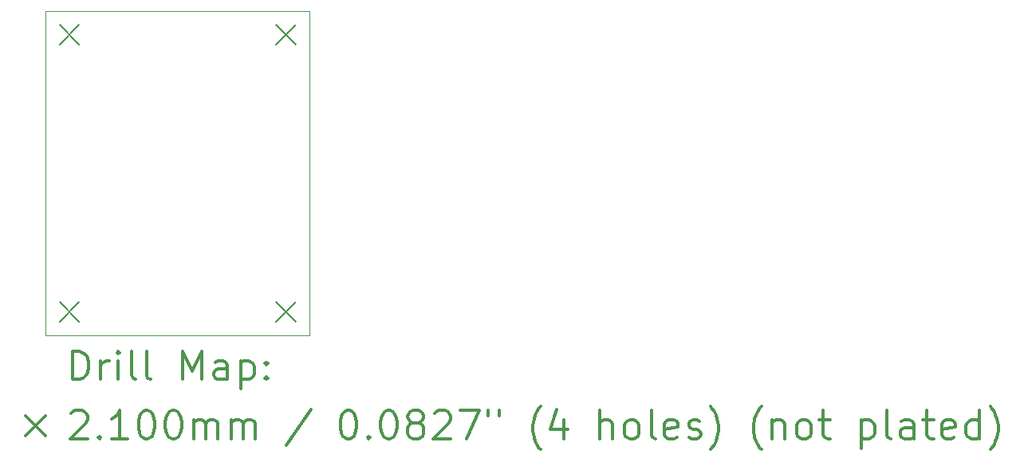
<source format=gbr>
%FSLAX45Y45*%
G04 Gerber Fmt 4.5, Leading zero omitted, Abs format (unit mm)*
G04 Created by KiCad (PCBNEW (5.1.12)-1) date 2022-08-18 11:38:49*
%MOMM*%
%LPD*%
G01*
G04 APERTURE LIST*
%TA.AperFunction,Profile*%
%ADD10C,0.050000*%
%TD*%
%ADD11C,0.200000*%
%ADD12C,0.300000*%
G04 APERTURE END LIST*
D10*
X8950000Y-8350000D02*
X11750000Y-8350000D01*
X8950000Y-4900000D02*
X8950000Y-8350000D01*
X11750000Y-4900000D02*
X8950000Y-4900000D01*
X11750000Y-8350000D02*
X11750000Y-4900000D01*
D11*
X9095000Y-5045000D02*
X9305000Y-5255000D01*
X9305000Y-5045000D02*
X9095000Y-5255000D01*
X9095000Y-7995000D02*
X9305000Y-8205000D01*
X9305000Y-7995000D02*
X9095000Y-8205000D01*
X11395000Y-5045000D02*
X11605000Y-5255000D01*
X11605000Y-5045000D02*
X11395000Y-5255000D01*
X11395000Y-7995000D02*
X11605000Y-8205000D01*
X11605000Y-7995000D02*
X11395000Y-8205000D01*
D12*
X9233928Y-8818214D02*
X9233928Y-8518214D01*
X9305357Y-8518214D01*
X9348214Y-8532500D01*
X9376786Y-8561072D01*
X9391071Y-8589643D01*
X9405357Y-8646786D01*
X9405357Y-8689643D01*
X9391071Y-8746786D01*
X9376786Y-8775357D01*
X9348214Y-8803929D01*
X9305357Y-8818214D01*
X9233928Y-8818214D01*
X9533928Y-8818214D02*
X9533928Y-8618214D01*
X9533928Y-8675357D02*
X9548214Y-8646786D01*
X9562500Y-8632500D01*
X9591071Y-8618214D01*
X9619643Y-8618214D01*
X9719643Y-8818214D02*
X9719643Y-8618214D01*
X9719643Y-8518214D02*
X9705357Y-8532500D01*
X9719643Y-8546786D01*
X9733928Y-8532500D01*
X9719643Y-8518214D01*
X9719643Y-8546786D01*
X9905357Y-8818214D02*
X9876786Y-8803929D01*
X9862500Y-8775357D01*
X9862500Y-8518214D01*
X10062500Y-8818214D02*
X10033928Y-8803929D01*
X10019643Y-8775357D01*
X10019643Y-8518214D01*
X10405357Y-8818214D02*
X10405357Y-8518214D01*
X10505357Y-8732500D01*
X10605357Y-8518214D01*
X10605357Y-8818214D01*
X10876786Y-8818214D02*
X10876786Y-8661072D01*
X10862500Y-8632500D01*
X10833928Y-8618214D01*
X10776786Y-8618214D01*
X10748214Y-8632500D01*
X10876786Y-8803929D02*
X10848214Y-8818214D01*
X10776786Y-8818214D01*
X10748214Y-8803929D01*
X10733928Y-8775357D01*
X10733928Y-8746786D01*
X10748214Y-8718214D01*
X10776786Y-8703929D01*
X10848214Y-8703929D01*
X10876786Y-8689643D01*
X11019643Y-8618214D02*
X11019643Y-8918214D01*
X11019643Y-8632500D02*
X11048214Y-8618214D01*
X11105357Y-8618214D01*
X11133928Y-8632500D01*
X11148214Y-8646786D01*
X11162500Y-8675357D01*
X11162500Y-8761072D01*
X11148214Y-8789643D01*
X11133928Y-8803929D01*
X11105357Y-8818214D01*
X11048214Y-8818214D01*
X11019643Y-8803929D01*
X11291071Y-8789643D02*
X11305357Y-8803929D01*
X11291071Y-8818214D01*
X11276786Y-8803929D01*
X11291071Y-8789643D01*
X11291071Y-8818214D01*
X11291071Y-8632500D02*
X11305357Y-8646786D01*
X11291071Y-8661072D01*
X11276786Y-8646786D01*
X11291071Y-8632500D01*
X11291071Y-8661072D01*
X8737500Y-9207500D02*
X8947500Y-9417500D01*
X8947500Y-9207500D02*
X8737500Y-9417500D01*
X9219643Y-9176786D02*
X9233928Y-9162500D01*
X9262500Y-9148214D01*
X9333928Y-9148214D01*
X9362500Y-9162500D01*
X9376786Y-9176786D01*
X9391071Y-9205357D01*
X9391071Y-9233929D01*
X9376786Y-9276786D01*
X9205357Y-9448214D01*
X9391071Y-9448214D01*
X9519643Y-9419643D02*
X9533928Y-9433929D01*
X9519643Y-9448214D01*
X9505357Y-9433929D01*
X9519643Y-9419643D01*
X9519643Y-9448214D01*
X9819643Y-9448214D02*
X9648214Y-9448214D01*
X9733928Y-9448214D02*
X9733928Y-9148214D01*
X9705357Y-9191072D01*
X9676786Y-9219643D01*
X9648214Y-9233929D01*
X10005357Y-9148214D02*
X10033928Y-9148214D01*
X10062500Y-9162500D01*
X10076786Y-9176786D01*
X10091071Y-9205357D01*
X10105357Y-9262500D01*
X10105357Y-9333929D01*
X10091071Y-9391072D01*
X10076786Y-9419643D01*
X10062500Y-9433929D01*
X10033928Y-9448214D01*
X10005357Y-9448214D01*
X9976786Y-9433929D01*
X9962500Y-9419643D01*
X9948214Y-9391072D01*
X9933928Y-9333929D01*
X9933928Y-9262500D01*
X9948214Y-9205357D01*
X9962500Y-9176786D01*
X9976786Y-9162500D01*
X10005357Y-9148214D01*
X10291071Y-9148214D02*
X10319643Y-9148214D01*
X10348214Y-9162500D01*
X10362500Y-9176786D01*
X10376786Y-9205357D01*
X10391071Y-9262500D01*
X10391071Y-9333929D01*
X10376786Y-9391072D01*
X10362500Y-9419643D01*
X10348214Y-9433929D01*
X10319643Y-9448214D01*
X10291071Y-9448214D01*
X10262500Y-9433929D01*
X10248214Y-9419643D01*
X10233928Y-9391072D01*
X10219643Y-9333929D01*
X10219643Y-9262500D01*
X10233928Y-9205357D01*
X10248214Y-9176786D01*
X10262500Y-9162500D01*
X10291071Y-9148214D01*
X10519643Y-9448214D02*
X10519643Y-9248214D01*
X10519643Y-9276786D02*
X10533928Y-9262500D01*
X10562500Y-9248214D01*
X10605357Y-9248214D01*
X10633928Y-9262500D01*
X10648214Y-9291072D01*
X10648214Y-9448214D01*
X10648214Y-9291072D02*
X10662500Y-9262500D01*
X10691071Y-9248214D01*
X10733928Y-9248214D01*
X10762500Y-9262500D01*
X10776786Y-9291072D01*
X10776786Y-9448214D01*
X10919643Y-9448214D02*
X10919643Y-9248214D01*
X10919643Y-9276786D02*
X10933928Y-9262500D01*
X10962500Y-9248214D01*
X11005357Y-9248214D01*
X11033928Y-9262500D01*
X11048214Y-9291072D01*
X11048214Y-9448214D01*
X11048214Y-9291072D02*
X11062500Y-9262500D01*
X11091071Y-9248214D01*
X11133928Y-9248214D01*
X11162500Y-9262500D01*
X11176786Y-9291072D01*
X11176786Y-9448214D01*
X11762500Y-9133929D02*
X11505357Y-9519643D01*
X12148214Y-9148214D02*
X12176786Y-9148214D01*
X12205357Y-9162500D01*
X12219643Y-9176786D01*
X12233928Y-9205357D01*
X12248214Y-9262500D01*
X12248214Y-9333929D01*
X12233928Y-9391072D01*
X12219643Y-9419643D01*
X12205357Y-9433929D01*
X12176786Y-9448214D01*
X12148214Y-9448214D01*
X12119643Y-9433929D01*
X12105357Y-9419643D01*
X12091071Y-9391072D01*
X12076786Y-9333929D01*
X12076786Y-9262500D01*
X12091071Y-9205357D01*
X12105357Y-9176786D01*
X12119643Y-9162500D01*
X12148214Y-9148214D01*
X12376786Y-9419643D02*
X12391071Y-9433929D01*
X12376786Y-9448214D01*
X12362500Y-9433929D01*
X12376786Y-9419643D01*
X12376786Y-9448214D01*
X12576786Y-9148214D02*
X12605357Y-9148214D01*
X12633928Y-9162500D01*
X12648214Y-9176786D01*
X12662500Y-9205357D01*
X12676786Y-9262500D01*
X12676786Y-9333929D01*
X12662500Y-9391072D01*
X12648214Y-9419643D01*
X12633928Y-9433929D01*
X12605357Y-9448214D01*
X12576786Y-9448214D01*
X12548214Y-9433929D01*
X12533928Y-9419643D01*
X12519643Y-9391072D01*
X12505357Y-9333929D01*
X12505357Y-9262500D01*
X12519643Y-9205357D01*
X12533928Y-9176786D01*
X12548214Y-9162500D01*
X12576786Y-9148214D01*
X12848214Y-9276786D02*
X12819643Y-9262500D01*
X12805357Y-9248214D01*
X12791071Y-9219643D01*
X12791071Y-9205357D01*
X12805357Y-9176786D01*
X12819643Y-9162500D01*
X12848214Y-9148214D01*
X12905357Y-9148214D01*
X12933928Y-9162500D01*
X12948214Y-9176786D01*
X12962500Y-9205357D01*
X12962500Y-9219643D01*
X12948214Y-9248214D01*
X12933928Y-9262500D01*
X12905357Y-9276786D01*
X12848214Y-9276786D01*
X12819643Y-9291072D01*
X12805357Y-9305357D01*
X12791071Y-9333929D01*
X12791071Y-9391072D01*
X12805357Y-9419643D01*
X12819643Y-9433929D01*
X12848214Y-9448214D01*
X12905357Y-9448214D01*
X12933928Y-9433929D01*
X12948214Y-9419643D01*
X12962500Y-9391072D01*
X12962500Y-9333929D01*
X12948214Y-9305357D01*
X12933928Y-9291072D01*
X12905357Y-9276786D01*
X13076786Y-9176786D02*
X13091071Y-9162500D01*
X13119643Y-9148214D01*
X13191071Y-9148214D01*
X13219643Y-9162500D01*
X13233928Y-9176786D01*
X13248214Y-9205357D01*
X13248214Y-9233929D01*
X13233928Y-9276786D01*
X13062500Y-9448214D01*
X13248214Y-9448214D01*
X13348214Y-9148214D02*
X13548214Y-9148214D01*
X13419643Y-9448214D01*
X13648214Y-9148214D02*
X13648214Y-9205357D01*
X13762500Y-9148214D02*
X13762500Y-9205357D01*
X14205357Y-9562500D02*
X14191071Y-9548214D01*
X14162500Y-9505357D01*
X14148214Y-9476786D01*
X14133928Y-9433929D01*
X14119643Y-9362500D01*
X14119643Y-9305357D01*
X14133928Y-9233929D01*
X14148214Y-9191072D01*
X14162500Y-9162500D01*
X14191071Y-9119643D01*
X14205357Y-9105357D01*
X14448214Y-9248214D02*
X14448214Y-9448214D01*
X14376786Y-9133929D02*
X14305357Y-9348214D01*
X14491071Y-9348214D01*
X14833928Y-9448214D02*
X14833928Y-9148214D01*
X14962500Y-9448214D02*
X14962500Y-9291072D01*
X14948214Y-9262500D01*
X14919643Y-9248214D01*
X14876786Y-9248214D01*
X14848214Y-9262500D01*
X14833928Y-9276786D01*
X15148214Y-9448214D02*
X15119643Y-9433929D01*
X15105357Y-9419643D01*
X15091071Y-9391072D01*
X15091071Y-9305357D01*
X15105357Y-9276786D01*
X15119643Y-9262500D01*
X15148214Y-9248214D01*
X15191071Y-9248214D01*
X15219643Y-9262500D01*
X15233928Y-9276786D01*
X15248214Y-9305357D01*
X15248214Y-9391072D01*
X15233928Y-9419643D01*
X15219643Y-9433929D01*
X15191071Y-9448214D01*
X15148214Y-9448214D01*
X15419643Y-9448214D02*
X15391071Y-9433929D01*
X15376786Y-9405357D01*
X15376786Y-9148214D01*
X15648214Y-9433929D02*
X15619643Y-9448214D01*
X15562500Y-9448214D01*
X15533928Y-9433929D01*
X15519643Y-9405357D01*
X15519643Y-9291072D01*
X15533928Y-9262500D01*
X15562500Y-9248214D01*
X15619643Y-9248214D01*
X15648214Y-9262500D01*
X15662500Y-9291072D01*
X15662500Y-9319643D01*
X15519643Y-9348214D01*
X15776786Y-9433929D02*
X15805357Y-9448214D01*
X15862500Y-9448214D01*
X15891071Y-9433929D01*
X15905357Y-9405357D01*
X15905357Y-9391072D01*
X15891071Y-9362500D01*
X15862500Y-9348214D01*
X15819643Y-9348214D01*
X15791071Y-9333929D01*
X15776786Y-9305357D01*
X15776786Y-9291072D01*
X15791071Y-9262500D01*
X15819643Y-9248214D01*
X15862500Y-9248214D01*
X15891071Y-9262500D01*
X16005357Y-9562500D02*
X16019643Y-9548214D01*
X16048214Y-9505357D01*
X16062500Y-9476786D01*
X16076786Y-9433929D01*
X16091071Y-9362500D01*
X16091071Y-9305357D01*
X16076786Y-9233929D01*
X16062500Y-9191072D01*
X16048214Y-9162500D01*
X16019643Y-9119643D01*
X16005357Y-9105357D01*
X16548214Y-9562500D02*
X16533928Y-9548214D01*
X16505357Y-9505357D01*
X16491071Y-9476786D01*
X16476786Y-9433929D01*
X16462500Y-9362500D01*
X16462500Y-9305357D01*
X16476786Y-9233929D01*
X16491071Y-9191072D01*
X16505357Y-9162500D01*
X16533928Y-9119643D01*
X16548214Y-9105357D01*
X16662500Y-9248214D02*
X16662500Y-9448214D01*
X16662500Y-9276786D02*
X16676786Y-9262500D01*
X16705357Y-9248214D01*
X16748214Y-9248214D01*
X16776786Y-9262500D01*
X16791071Y-9291072D01*
X16791071Y-9448214D01*
X16976786Y-9448214D02*
X16948214Y-9433929D01*
X16933928Y-9419643D01*
X16919643Y-9391072D01*
X16919643Y-9305357D01*
X16933928Y-9276786D01*
X16948214Y-9262500D01*
X16976786Y-9248214D01*
X17019643Y-9248214D01*
X17048214Y-9262500D01*
X17062500Y-9276786D01*
X17076786Y-9305357D01*
X17076786Y-9391072D01*
X17062500Y-9419643D01*
X17048214Y-9433929D01*
X17019643Y-9448214D01*
X16976786Y-9448214D01*
X17162500Y-9248214D02*
X17276786Y-9248214D01*
X17205357Y-9148214D02*
X17205357Y-9405357D01*
X17219643Y-9433929D01*
X17248214Y-9448214D01*
X17276786Y-9448214D01*
X17605357Y-9248214D02*
X17605357Y-9548214D01*
X17605357Y-9262500D02*
X17633928Y-9248214D01*
X17691071Y-9248214D01*
X17719643Y-9262500D01*
X17733928Y-9276786D01*
X17748214Y-9305357D01*
X17748214Y-9391072D01*
X17733928Y-9419643D01*
X17719643Y-9433929D01*
X17691071Y-9448214D01*
X17633928Y-9448214D01*
X17605357Y-9433929D01*
X17919643Y-9448214D02*
X17891071Y-9433929D01*
X17876786Y-9405357D01*
X17876786Y-9148214D01*
X18162500Y-9448214D02*
X18162500Y-9291072D01*
X18148214Y-9262500D01*
X18119643Y-9248214D01*
X18062500Y-9248214D01*
X18033928Y-9262500D01*
X18162500Y-9433929D02*
X18133928Y-9448214D01*
X18062500Y-9448214D01*
X18033928Y-9433929D01*
X18019643Y-9405357D01*
X18019643Y-9376786D01*
X18033928Y-9348214D01*
X18062500Y-9333929D01*
X18133928Y-9333929D01*
X18162500Y-9319643D01*
X18262500Y-9248214D02*
X18376786Y-9248214D01*
X18305357Y-9148214D02*
X18305357Y-9405357D01*
X18319643Y-9433929D01*
X18348214Y-9448214D01*
X18376786Y-9448214D01*
X18591071Y-9433929D02*
X18562500Y-9448214D01*
X18505357Y-9448214D01*
X18476786Y-9433929D01*
X18462500Y-9405357D01*
X18462500Y-9291072D01*
X18476786Y-9262500D01*
X18505357Y-9248214D01*
X18562500Y-9248214D01*
X18591071Y-9262500D01*
X18605357Y-9291072D01*
X18605357Y-9319643D01*
X18462500Y-9348214D01*
X18862500Y-9448214D02*
X18862500Y-9148214D01*
X18862500Y-9433929D02*
X18833928Y-9448214D01*
X18776786Y-9448214D01*
X18748214Y-9433929D01*
X18733928Y-9419643D01*
X18719643Y-9391072D01*
X18719643Y-9305357D01*
X18733928Y-9276786D01*
X18748214Y-9262500D01*
X18776786Y-9248214D01*
X18833928Y-9248214D01*
X18862500Y-9262500D01*
X18976786Y-9562500D02*
X18991071Y-9548214D01*
X19019643Y-9505357D01*
X19033928Y-9476786D01*
X19048214Y-9433929D01*
X19062500Y-9362500D01*
X19062500Y-9305357D01*
X19048214Y-9233929D01*
X19033928Y-9191072D01*
X19019643Y-9162500D01*
X18991071Y-9119643D01*
X18976786Y-9105357D01*
M02*

</source>
